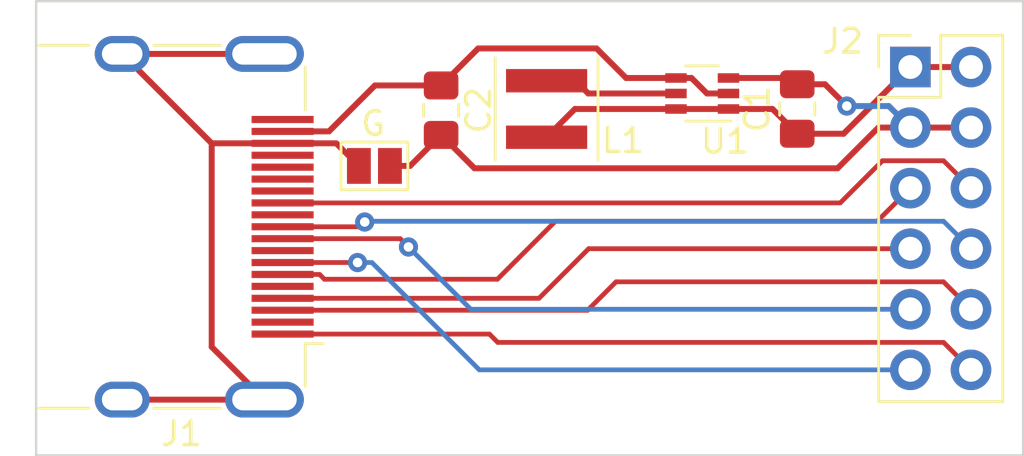
<source format=kicad_pcb>
(kicad_pcb (version 20221018) (generator pcbnew)
  (layers (0 "F.Cu" signal) (31 "B.Cu" signal) (34 "B.Paste" user) (35 "F.Paste" user) (36 "B.SilkS" user "B.Silkscreen") (37 "F.SilkS" user "F.Silkscreen") (38 "B.Mask" user) (39 "F.Mask" user) (44 "Edge.Cuts" user))
  (net 0 "")
  (net 1 "3V3")
  (net 2 "GND")
  (net 3 "5V0")
  (net 4 "CH2_P")
  (net 6 "CH2_N")
  (net 7 "CH1_P")
  (net 9 "CH1_N")
  (net 10 "CH0_P")
  (net 12 "CH0_N")
  (net 13 "CLK_P")
  (net 15 "CLK_N")
  (net 21 "Net-(U1-L)")
  (footprint "Capacitor_SMD:C_0805_2012Metric_Pad1.18x1.45mm_HandSolder" (layer "F.Cu") (at 94.6404 50.8508 -90)
    (fp_text reference "C2" (at 0 -1.5748 90) (layer "F.SilkS"))
    (fp_text value "10uF")
    (fp_line (start -0.261252 -0.735) (end 0.261252 -0.735) (stroke (width 0.12)) (layer "F.SilkS"))
    (fp_line (start -0.261252 0.735) (end 0.261252 0.735) (stroke (width 0.12)) (layer "F.SilkS"))
    (pad "1" smd roundrect (at -1.0375 0 270) (size 1.175 1.45) (layers "F.Cu" "F.Paste" "F.Mask") (roundrect_rratio 0.2127659574) (net 3 "5V0"))
    (pad "2" smd roundrect (at 1.0375 0 270) (size 1.175 1.45) (layers "F.Cu" "F.Paste" "F.Mask") (roundrect_rratio 0.2127659574) (net 2 "GND"))
  )
  (footprint "Inductor_SMD:L_Coilcraft_XxL4040" (layer "F.Cu") (at 99.06 50.8 90)
    (fp_text reference "L1" hide)
    (fp_text value "4.7uH" hide)
    (fp_line (start -2.154 -2.154) (end 2.154 -2.154) (stroke (width 0.12)) (layer "F.SilkS"))
    (fp_line (start 2.154 2.154) (end -2.154 2.154) (stroke (width 0.12)) (layer "F.SilkS"))
    (pad "1" smd rect (at -1.185 0 90) (size 0.98 3.4) (layers "F.Cu" "F.Paste" "F.Mask") (net 1 "3V3"))
    (pad "2" smd rect (at 1.185 0 90) (size 0.98 3.4) (layers "F.Cu" "F.Paste" "F.Mask") (net 21 "Net-(U1-L)"))
  )
  (footprint "Package_TO_SOT_SMD:Texas_R-PDSO-G6" (layer "F.Cu") (at 105.58 50.15 180)
    (fp_text reference "U1" (at -0.9476 -2) (layer "F.SilkS"))
    (fp_text value "TPS61220DCK" hide)
    (fp_line (start -0.7 1.16) (end 0.7 1.16) (stroke (width 0.12)) (layer "F.SilkS"))
    (fp_line (start 0.7 -1.16) (end -1.2 -1.16) (stroke (width 0.12)) (layer "F.SilkS"))
    (pad "1" smd rect (at -1.1 -0.65 180) (size 0.9 0.4) (layers "F.Cu" "F.Paste" "F.Mask") (net 1 "3V3"))
    (pad "2" smd rect (at -1.1 0 180) (size 0.9 0.4) (layers "F.Cu" "F.Paste" "F.Mask") (net 3 "5V0"))
    (pad "3" smd rect (at -1.1 0.65 180) (size 0.9 0.4) (layers "F.Cu" "F.Paste" "F.Mask") (net 2 "GND"))
    (pad "4" smd rect (at 1.1 0.65 180) (size 0.9 0.4) (layers "F.Cu" "F.Paste" "F.Mask") (net 3 "5V0"))
    (pad "5" smd rect (at 1.1 0 180) (size 0.9 0.4) (layers "F.Cu" "F.Paste" "F.Mask") (net 21 "Net-(U1-L)"))
    (pad "6" smd rect (at 1.1 -0.65 180) (size 0.9 0.4) (layers "F.Cu" "F.Paste" "F.Mask") (net 1 "3V3"))
  )
  (footprint "Capacitor_SMD:C_0805_2012Metric_Pad1.18x1.45mm_HandSolder" (layer "F.Cu") (at 109.56 50.8 90)
    (fp_text reference "C1" (at 0 -1.68 90) (layer "F.SilkS"))
    (fp_text value "10uF")
    (fp_line (start -0.261252 -0.735) (end 0.261252 -0.735) (stroke (width 0.12)) (layer "F.SilkS"))
    (fp_line (start -0.261252 0.735) (end 0.261252 0.735) (stroke (width 0.12)) (layer "F.SilkS"))
    (pad "1" smd roundrect (at -1.0375 0 90) (size 1.175 1.45) (layers "F.Cu" "F.Paste" "F.Mask") (roundrect_rratio 0.2127659574) (net 1 "3V3"))
    (pad "2" smd roundrect (at 1.0375 0 90) (size 1.175 1.45) (layers "F.Cu" "F.Paste" "F.Mask") (roundrect_rratio 0.2127659574) (net 2 "GND"))
  )
  (footprint "Connector_HDMI:HDMI_A_Molex_208658-1001_Horizontal" (layer "F.Cu") (at 84.715 55.74 180)
    (fp_text reference "J1" (at 0.9458 -8.6744) (layer "F.SilkS"))
    (fp_text value "HDMI_A")
    (fp_line (start -4.985 -4.9) (end -4.235 -4.9) (stroke (width 0.12)) (layer "F.SilkS"))
    (fp_line (start -4.235 -4.9) (end -4.235 -6.7) (stroke (width 0.12)) (layer "F.SilkS"))
    (fp_line (start -4.235 6.7) (end -4.235 4.9) (stroke (width 0.12)) (layer "F.SilkS"))
    (fp_line (start -0.685 -7.61) (end 2.115 -7.61) (stroke (width 0.12)) (layer "F.SilkS"))
    (fp_line (start -0.685 7.61) (end 2.115 7.61) (stroke (width 0.12)) (layer "F.SilkS"))
    (fp_line (start 4.815 -7.61) (end 6.915 -7.61) (stroke (width 0.12)) (layer "F.SilkS"))
    (fp_line (start 4.815 7.61) (end 6.915 7.61) (stroke (width 0.12)) (layer "F.SilkS"))
    (pad "1" smd rect (at -3.285 -4.5 180) (size 2.6 0.3) (layers "F.Cu" "F.Paste" "F.Mask") (net 4 "CH2_P"))
    (pad "2" smd rect (at -3.285 -4 180) (size 2.6 0.3) (layers "F.Cu" "F.Paste" "F.Mask"))
    (pad "3" smd rect (at -3.285 -3.5 180) (size 2.6 0.3) (layers "F.Cu" "F.Paste" "F.Mask") (net 6 "CH2_N"))
    (pad "4" smd rect (at -3.285 -3 180) (size 2.6 0.3) (layers "F.Cu" "F.Paste" "F.Mask") (net 7 "CH1_P"))
    (pad "5" smd rect (at -3.285 -2.5 180) (size 2.6 0.3) (layers "F.Cu" "F.Paste" "F.Mask"))
    (pad "6" smd rect (at -3.285 -2 180) (size 2.6 0.3) (layers "F.Cu" "F.Paste" "F.Mask") (net 9 "CH1_N"))
    (pad "7" smd rect (at -3.285 -1.5 180) (size 2.6 0.3) (layers "F.Cu" "F.Paste" "F.Mask") (net 10 "CH0_P"))
    (pad "8" smd rect (at -3.285 -1 180) (size 2.6 0.3) (layers "F.Cu" "F.Paste" "F.Mask"))
    (pad "9" smd rect (at -3.285 -0.5 180) (size 2.6 0.3) (layers "F.Cu" "F.Paste" "F.Mask") (net 12 "CH0_N"))
    (pad "10" smd rect (at -3.285 0 180) (size 2.6 0.3) (layers "F.Cu" "F.Paste" "F.Mask") (net 13 "CLK_P"))
    (pad "11" smd rect (at -3.285 0.5 180) (size 2.6 0.3) (layers "F.Cu" "F.Paste" "F.Mask"))
    (pad "12" smd rect (at -3.285 1 180) (size 2.6 0.3) (layers "F.Cu" "F.Paste" "F.Mask") (net 15 "CLK_N"))
    (pad "13" smd rect (at -3.285 1.5 180) (size 2.6 0.3) (layers "F.Cu" "F.Paste" "F.Mask"))
    (pad "14" smd rect (at -3.285 2 180) (size 2.6 0.3) (layers "F.Cu" "F.Paste" "F.Mask"))
    (pad "15" smd rect (at -3.285 2.5 180) (size 2.6 0.3) (layers "F.Cu" "F.Paste" "F.Mask"))
    (pad "16" smd rect (at -3.285 3 180) (size 2.6 0.3) (layers "F.Cu" "F.Paste" "F.Mask"))
    (pad "17" smd rect (at -3.285 3.5 180) (size 2.6 0.3) (layers "F.Cu" "F.Paste" "F.Mask") (net 2 "GND"))
    (pad "18" smd rect (at -3.285 4 180) (size 2.6 0.3) (layers "F.Cu" "F.Paste" "F.Mask") (net 3 "5V0"))
    (pad "19" smd rect (at -3.285 4.5 180) (size 2.6 0.3) (layers "F.Cu" "F.Paste" "F.Mask"))
    (pad "SH" thru_hole oval (at -2.525 -7.25 180) (size 3.3 1.5) (drill oval 2.7 0.9) (layers "*.Cu" "*.Mask") (net 2 "GND"))
    (pad "SH" thru_hole oval (at -2.525 7.25 180) (size 3.3 1.5) (drill oval 2.7 0.9) (layers "*.Cu" "*.Mask") (net 2 "GND"))
    (pad "SH" thru_hole oval (at 3.435 -7.25 180) (size 2.3 1.5) (drill oval 1.7 0.9) (layers "*.Cu" "*.Mask") (net 2 "GND"))
    (pad "SH" thru_hole oval (at 3.435 7.25 180) (size 2.3 1.5) (drill oval 1.7 0.9) (layers "*.Cu" "*.Mask") (net 2 "GND"))
  )
  (footprint "Connector_PinHeader_2.54mm:PinHeader_2x06_P2.54mm_Vertical" (layer "F.Cu") (at 114.3 49.04)
    (fp_text reference "J2" (at -2.8448 -1.0848) (layer "F.SilkS"))
    (fp_text value "PMOD")
    (fp_line (start -1.33 -1.33) (end 0 -1.33) (stroke (width 0.12)) (layer "F.SilkS"))
    (fp_line (start -1.33 0) (end -1.33 -1.33) (stroke (width 0.12)) (layer "F.SilkS"))
    (fp_line (start -1.33 1.27) (end -1.33 14.03) (stroke (width 0.12)) (layer "F.SilkS"))
    (fp_line (start -1.33 1.27) (end 1.27 1.27) (stroke (width 0.12)) (layer "F.SilkS"))
    (fp_line (start -1.33 14.03) (end 3.87 14.03) (stroke (width 0.12)) (layer "F.SilkS"))
    (fp_line (start 1.27 -1.33) (end 3.87 -1.33) (stroke (width 0.12)) (layer "F.SilkS"))
    (fp_line (start 1.27 1.27) (end 1.27 -1.33) (stroke (width 0.12)) (layer "F.SilkS"))
    (fp_line (start 3.87 -1.33) (end 3.87 14.03) (stroke (width 0.12)) (layer "F.SilkS"))
    (pad "1" thru_hole rect (at 0 0) (size 1.7 1.7) (drill 1) (layers "*.Cu" "*.Mask") (net 1 "3V3"))
    (pad "2" thru_hole oval (at 2.54 0) (size 1.7 1.7) (drill 1) (layers "*.Cu" "*.Mask") (net 1 "3V3"))
    (pad "3" thru_hole oval (at 0 2.54) (size 1.7 1.7) (drill 1) (layers "*.Cu" "*.Mask") (net 2 "GND"))
    (pad "4" thru_hole oval (at 2.54 2.54) (size 1.7 1.7) (drill 1) (layers "*.Cu" "*.Mask") (net 2 "GND"))
    (pad "5" thru_hole oval (at 0 5.08) (size 1.7 1.7) (drill 1) (layers "*.Cu" "*.Mask") (net 9 "CH1_N"))
    (pad "6" thru_hole oval (at 2.54 5.08) (size 1.7 1.7) (drill 1) (layers "*.Cu" "*.Mask") (net 15 "CLK_N"))
    (pad "7" thru_hole oval (at 0 7.62) (size 1.7 1.7) (drill 1) (layers "*.Cu" "*.Mask") (net 7 "CH1_P"))
    (pad "8" thru_hole oval (at 2.54 7.62) (size 1.7 1.7) (drill 1) (layers "*.Cu" "*.Mask") (net 13 "CLK_P"))
    (pad "9" thru_hole oval (at 0 10.16) (size 1.7 1.7) (drill 1) (layers "*.Cu" "*.Mask") (net 12 "CH0_N"))
    (pad "10" thru_hole oval (at 2.54 10.16) (size 1.7 1.7) (drill 1) (layers "*.Cu" "*.Mask") (net 6 "CH2_N"))
    (pad "11" thru_hole oval (at 0 12.7) (size 1.7 1.7) (drill 1) (layers "*.Cu" "*.Mask") (net 10 "CH0_P"))
    (pad "12" thru_hole oval (at 2.54 12.7) (size 1.7 1.7) (drill 1) (layers "*.Cu" "*.Mask") (net 4 "CH2_P"))
  )
  (footprint "Jumper:SolderJumper-2_P1.3mm_Open_Pad1.0x1.5mm" (layer "F.Cu") (at 91.8464 53.1876)
    (fp_text reference "G" (at -0.0508 -1.778) (layer "F.SilkS"))
    (fp_text value "SolderJumper-2_P1.3mm_Open_Pad1.0x1.5mm" hide)
    (fp_line (start -1.4 -1) (end 1.4 -1) (stroke (width 0.12)) (layer "F.SilkS"))
    (fp_line (start -1.4 1) (end -1.4 -1) (stroke (width 0.12)) (layer "F.SilkS"))
    (fp_line (start 1.4 -1) (end 1.4 1) (stroke (width 0.12)) (layer "F.SilkS"))
    (fp_line (start 1.4 1) (end -1.4 1) (stroke (width 0.12)) (layer "F.SilkS"))
    (pad "1" smd rect (at -0.65 0) (size 1 1.5) (layers "F.Cu" "F.Mask") (net 2 "GND"))
    (pad "2" smd rect (at 0.65 0) (size 1 1.5) (layers "F.Cu" "F.Mask") (net 2 "GND"))
  )
  (gr_rect (start 77.6732 46.2788) (end 119.0244 65.3288) (stroke (width 0.1)) (fill none) (layer "Edge.Cuts"))
  (gr_text "L1" (at 102.2604 52.1208) (layer "F.SilkS") (effects (font (size 1 1))))
  (segment (start 109.56 51.8375) (end 111.5025 51.8375) (width 0.25) (layer "F.Cu") (net 1))
  (segment (start 114.3 49.04) (end 116.84 49.04) (width 0.25) (layer "F.Cu") (net 1))
  (segment (start 111.5025 51.8375) (end 114.3 49.04) (width 0.25) (layer "F.Cu") (net 1))
  (segment (start 104.48 50.8) (end 100.245 50.8) (width 0.25) (layer "F.Cu") (net 1))
  (segment (start 104.14 50.8) (end 108.5225 50.8) (width 0.25) (layer "F.Cu") (net 1))
  (segment (start 108.5225 50.8) (end 109.56 51.8375) (width 0.25) (layer "F.Cu") (net 1))
  (segment (start 100.245 50.8) (end 99.06 51.985) (width 0.25) (layer "F.Cu") (net 1))
  (segment (start 81.28 48.49) (end 87.24 48.49) (width 0.25) (layer "F.Cu") (net 2))
  (segment (start 114.3 51.58) (end 116.84 51.58) (width 0.25) (layer "F.Cu") (net 2))
  (segment (start 92.4964 53.1876) (end 93.3411 53.1876) (width 0.25) (layer "F.Cu") (net 2))
  (segment (start 85.03 60.78) (end 87.24 62.99) (width 0.25) (layer "F.Cu") (net 2))
  (segment (start 85.03 52.24) (end 85.03 60.78) (width 0.25) (layer "F.Cu") (net 2))
  (segment (start 109.2975 49.5) (end 109.56 49.7625) (width 0.25) (layer "F.Cu") (net 2))
  (segment (start 96.039799 53.287699) (end 94.6404 51.8883) (width 0.25) (layer "F.Cu") (net 2))
  (segment (start 111.637347 50.677347) (end 110.7225 49.7625) (width 0.25) (layer "F.Cu") (net 2))
  (segment (start 110.7225 49.7625) (end 109.56 49.7625) (width 0.25) (layer "F.Cu") (net 2))
  (segment (start 85.03 52.24) (end 81.28 48.49) (width 0.25) (layer "F.Cu") (net 2))
  (segment (start 114.3 51.58) (end 112.958198 51.58) (width 0.25) (layer "F.Cu") (net 2))
  (segment (start 90.2488 52.24) (end 91.1964 53.1876) (width 0.25) (layer "F.Cu") (net 2))
  (segment (start 88 52.24) (end 85.03 52.24) (width 0.25) (layer "F.Cu") (net 2))
  (segment (start 81.28 62.99) (end 87.24 62.99) (width 0.25) (layer "F.Cu") (net 2))
  (segment (start 88 52.24) (end 90.2488 52.24) (width 0.25) (layer "F.Cu") (net 2))
  (segment (start 106.68 49.5) (end 109.2975 49.5) (width 0.25) (layer "F.Cu") (net 2))
  (segment (start 111.250499 53.287699) (end 96.039799 53.287699) (width 0.25) (layer "F.Cu") (net 2))
  (segment (start 112.958198 51.58) (end 111.250499 53.287699) (width 0.25) (layer "F.Cu") (net 2))
  (segment (start 93.3411 53.1876) (end 94.6404 51.8883) (width 0.25) (layer "F.Cu") (net 2))
  (via (at 111.637347 50.677347) (size 0.8) (drill 0.4) (layers "F.Cu" "B.Cu") (net 2))
  (segment (start 113.397347 50.677347) (end 114.3 51.58) (width 0.25) (layer "B.Cu") (net 2))
  (segment (start 111.637347 50.677347) (end 113.397347 50.677347) (width 0.25) (layer "B.Cu") (net 2))
  (segment (start 105.78 50.15) (end 105.13 49.5) (width 0.25) (layer "F.Cu") (net 3))
  (segment (start 104.48 49.5) (end 102.39 49.5) (width 0.25) (layer "F.Cu") (net 3))
  (segment (start 91.8679 49.8133) (end 94.6404 49.8133) (width 0.25) (layer "F.Cu") (net 3))
  (segment (start 88 51.74) (end 89.9412 51.74) (width 0.25) (layer "F.Cu") (net 3))
  (segment (start 89.9412 51.74) (end 91.8679 49.8133) (width 0.25) (layer "F.Cu") (net 3))
  (segment (start 102.39 49.5) (end 101.15 48.26) (width 0.25) (layer "F.Cu") (net 3))
  (segment (start 106.68 50.15) (end 105.78 50.15) (width 0.25) (layer "F.Cu") (net 3))
  (segment (start 96.1937 48.26) (end 94.6404 49.8133) (width 0.25) (layer "F.Cu") (net 3))
  (segment (start 101.15 48.26) (end 96.1937 48.26) (width 0.25) (layer "F.Cu") (net 3))
  (segment (start 105.13 49.5) (end 104.48 49.5) (width 0.25) (layer "F.Cu") (net 3))
  (segment (start 88 60.24) (end 96.6636 60.24) (width 0.2) (layer "F.Cu") (net 4))
  (segment (start 96.6636 60.24) (end 97.0136 60.59) (width 0.2) (layer "F.Cu") (net 4))
  (segment (start 115.69 60.59) (end 116.84 61.74) (width 0.2) (layer "F.Cu") (net 4))
  (segment (start 97.0136 60.59) (end 115.69 60.59) (width 0.2) (layer "F.Cu") (net 4))
  (segment (start 115.69 58.05) (end 116.84 59.2) (width 0.2) (layer "F.Cu") (net 6))
  (segment (start 100.78 59.24) (end 101.97 58.05) (width 0.2) (layer "F.Cu") (net 6))
  (segment (start 101.97 58.05) (end 115.69 58.05) (width 0.2) (layer "F.Cu") (net 6))
  (segment (start 88 59.24) (end 100.78 59.24) (width 0.2) (layer "F.Cu") (net 6))
  (segment (start 88 58.74) (end 98.74 58.74) (width 0.2) (layer "F.Cu") (net 7))
  (segment (start 98.74 58.74) (end 100.82 56.66) (width 0.2) (layer "F.Cu") (net 7))
  (segment (start 100.82 56.66) (end 114.3 56.66) (width 0.2) (layer "F.Cu") (net 7))
  (segment (start 97 57.94) (end 99.43 55.51) (width 0.2) (layer "F.Cu") (net 9))
  (segment (start 112.91 55.51) (end 114.3 54.12) (width 0.2) (layer "F.Cu") (net 9))
  (segment (start 89.75 57.94) (end 97 57.94) (width 0.2) (layer "F.Cu") (net 9))
  (segment (start 99.43 55.51) (end 112.91 55.51) (width 0.2) (layer "F.Cu") (net 9))
  (segment (start 88 57.74) (end 89.55 57.74) (width 0.2) (layer "F.Cu") (net 9))
  (segment (start 89.55 57.74) (end 89.75 57.94) (width 0.2) (layer "F.Cu") (net 9))
  (segment (start 91.14 57.24) (end 88 57.24) (width 0.2) (layer "F.Cu") (net 10))
  (via (at 91.14 57.24) (size 0.8) (drill 0.4) (layers "F.Cu" "B.Cu") (net 10))
  (segment (start 96.24 61.74) (end 114.3 61.74) (width 0.2) (layer "B.Cu") (net 10))
  (segment (start 91.74 57.24) (end 96.24 61.74) (width 0.2) (layer "B.Cu") (net 10))
  (segment (start 91.14 57.24) (end 91.74 57.24) (width 0.2) (layer "B.Cu") (net 10))
  (segment (start 92.925782 56.24) (end 93.272891 56.587109) (width 0.2) (layer "F.Cu") (net 12))
  (segment (start 88 56.24) (end 92.925782 56.24) (width 0.2) (layer "F.Cu") (net 12))
  (via (at 93.272891 56.587109) (size 0.8) (drill 0.4) (layers "F.Cu" "B.Cu") (net 12))
  (segment (start 95.885782 59.2) (end 114.3 59.2) (width 0.2) (layer "B.Cu") (net 12))
  (segment (start 93.272891 56.587109) (end 95.885782 59.2) (width 0.2) (layer "B.Cu") (net 12))
  (segment (start 91.44 55.54) (end 91.24 55.74) (width 0.2) (layer "F.Cu") (net 13))
  (segment (start 91.24 55.74) (end 88 55.74) (width 0.2) (layer "F.Cu") (net 13))
  (via (at 91.44 55.54) (size 0.8) (drill 0.4) (layers "F.Cu" "B.Cu") (net 13))
  (segment (start 91.47 55.51) (end 115.69 55.51) (width 0.2) (layer "B.Cu") (net 13))
  (segment (start 115.69 55.51) (end 116.84 56.66) (width 0.2) (layer "B.Cu") (net 13))
  (segment (start 91.44 55.54) (end 91.47 55.51) (width 0.2) (layer "B.Cu") (net 13))
  (segment (start 111.36 54.74) (end 113.13 52.97) (width 0.2) (layer "F.Cu") (net 15))
  (segment (start 115.69 52.97) (end 116.84 54.12) (width 0.2) (layer "F.Cu") (net 15))
  (segment (start 88 54.74) (end 111.36 54.74) (width 0.2) (layer "F.Cu") (net 15))
  (segment (start 113.13 52.97) (end 115.69 52.97) (width 0.2) (layer "F.Cu") (net 15))
  (segment (start 104.48 50.15) (end 100.805 50.15) (width 0.25) (layer "F.Cu") (net 21))
  (segment (start 100.805 50.15) (end 100.27 49.615) (width 0.25) (layer "F.Cu") (net 21))
  (segment (start 100.27 49.615) (end 99.06 49.615) (width 0.25) (layer "F.Cu") (net 21))
)
</source>
